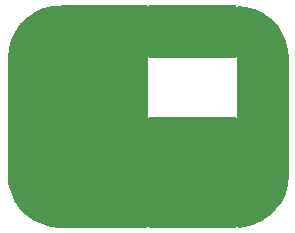
<source format=gbr>
G04 #@! TF.GenerationSoftware,KiCad,Pcbnew,(5.0.2)-1*
G04 #@! TF.CreationDate,2019-05-10T15:51:17-04:00*
G04 #@! TF.ProjectId,antenna,616e7465-6e6e-4612-9e6b-696361645f70,rev?*
G04 #@! TF.SameCoordinates,Original*
G04 #@! TF.FileFunction,Copper,L2,Bot*
G04 #@! TF.FilePolarity,Positive*
%FSLAX46Y46*%
G04 Gerber Fmt 4.6, Leading zero omitted, Abs format (unit mm)*
G04 Created by KiCad (PCBNEW (5.0.2)-1) date 5/10/2019 3:51:17 PM*
%MOMM*%
%LPD*%
G01*
G04 APERTURE LIST*
G04 #@! TA.AperFunction,ViaPad*
%ADD10C,0.800000*%
G04 #@! TD*
G04 #@! TA.AperFunction,Conductor*
%ADD11C,0.254000*%
G04 #@! TD*
G04 APERTURE END LIST*
D10*
G04 #@! TO.N,GND*
X120000000Y-95000000D03*
X125000000Y-95000000D03*
X132500000Y-107500000D03*
X132500000Y-102500000D03*
X137500000Y-102500000D03*
X125000000Y-100000000D03*
G04 #@! TD*
D11*
G04 #@! TO.N,GND*
G36*
X127373000Y-109290000D02*
X120181273Y-109290000D01*
X120149049Y-109280271D01*
X120065337Y-109267910D01*
X119245252Y-109194719D01*
X118514357Y-108994769D01*
X117830425Y-108668550D01*
X117215072Y-108226374D01*
X116687741Y-107682211D01*
X116265114Y-107053274D01*
X115960536Y-106359429D01*
X115782286Y-105616961D01*
X115733026Y-104946170D01*
X115711909Y-104817214D01*
X115710000Y-104811823D01*
X115710000Y-95181273D01*
X115719729Y-95149049D01*
X115732090Y-95065337D01*
X115805281Y-94245253D01*
X116005231Y-93514357D01*
X116331450Y-92830425D01*
X116773626Y-92215072D01*
X117317789Y-91687741D01*
X117946726Y-91265114D01*
X118640570Y-90960537D01*
X119383039Y-90782285D01*
X120053830Y-90733026D01*
X120182787Y-90711909D01*
X120188178Y-90710000D01*
X127373000Y-90710000D01*
X127373000Y-109290000D01*
X127373000Y-109290000D01*
G37*
X127373000Y-109290000D02*
X120181273Y-109290000D01*
X120149049Y-109280271D01*
X120065337Y-109267910D01*
X119245252Y-109194719D01*
X118514357Y-108994769D01*
X117830425Y-108668550D01*
X117215072Y-108226374D01*
X116687741Y-107682211D01*
X116265114Y-107053274D01*
X115960536Y-106359429D01*
X115782286Y-105616961D01*
X115733026Y-104946170D01*
X115711909Y-104817214D01*
X115710000Y-104811823D01*
X115710000Y-95181273D01*
X115719729Y-95149049D01*
X115732090Y-95065337D01*
X115805281Y-94245253D01*
X116005231Y-93514357D01*
X116331450Y-92830425D01*
X116773626Y-92215072D01*
X117317789Y-91687741D01*
X117946726Y-91265114D01*
X118640570Y-90960537D01*
X119383039Y-90782285D01*
X120053830Y-90733026D01*
X120182787Y-90711909D01*
X120188178Y-90710000D01*
X127373000Y-90710000D01*
X127373000Y-109290000D01*
G36*
X135754747Y-90805281D02*
X136485643Y-91005231D01*
X137169575Y-91331450D01*
X137784928Y-91773626D01*
X138312259Y-92317789D01*
X138734886Y-92946726D01*
X139039463Y-93640570D01*
X139217715Y-94383039D01*
X139266974Y-95053830D01*
X139288091Y-95182787D01*
X139290000Y-95188178D01*
X139290001Y-104818724D01*
X139280271Y-104850951D01*
X139267910Y-104934663D01*
X139194719Y-105754748D01*
X138994769Y-106485643D01*
X138668550Y-107169575D01*
X138226374Y-107784928D01*
X137682211Y-108312259D01*
X137053274Y-108734886D01*
X136359429Y-109039464D01*
X135616961Y-109217714D01*
X135127000Y-109253695D01*
X135127000Y-90749256D01*
X135754747Y-90805281D01*
X135754747Y-90805281D01*
G37*
X135754747Y-90805281D02*
X136485643Y-91005231D01*
X137169575Y-91331450D01*
X137784928Y-91773626D01*
X138312259Y-92317789D01*
X138734886Y-92946726D01*
X139039463Y-93640570D01*
X139217715Y-94383039D01*
X139266974Y-95053830D01*
X139288091Y-95182787D01*
X139290000Y-95188178D01*
X139290001Y-104818724D01*
X139280271Y-104850951D01*
X139267910Y-104934663D01*
X139194719Y-105754748D01*
X138994769Y-106485643D01*
X138668550Y-107169575D01*
X138226374Y-107784928D01*
X137682211Y-108312259D01*
X137053274Y-108734886D01*
X136359429Y-109039464D01*
X135616961Y-109217714D01*
X135127000Y-109253695D01*
X135127000Y-90749256D01*
X135754747Y-90805281D01*
G36*
X134850951Y-90719729D02*
X134873000Y-90722985D01*
X134873000Y-94873000D01*
X127627000Y-94873000D01*
X127627000Y-90710000D01*
X134818727Y-90710000D01*
X134850951Y-90719729D01*
X134850951Y-90719729D01*
G37*
X134850951Y-90719729D02*
X134873000Y-90722985D01*
X134873000Y-94873000D01*
X127627000Y-94873000D01*
X127627000Y-90710000D01*
X134818727Y-90710000D01*
X134850951Y-90719729D01*
G36*
X134873000Y-109278956D02*
X134817214Y-109288091D01*
X134811823Y-109290000D01*
X127627000Y-109290000D01*
X127627000Y-100127000D01*
X134873000Y-100127000D01*
X134873000Y-109278956D01*
X134873000Y-109278956D01*
G37*
X134873000Y-109278956D02*
X134817214Y-109288091D01*
X134811823Y-109290000D01*
X127627000Y-109290000D01*
X127627000Y-100127000D01*
X134873000Y-100127000D01*
X134873000Y-109278956D01*
G04 #@! TD*
M02*

</source>
